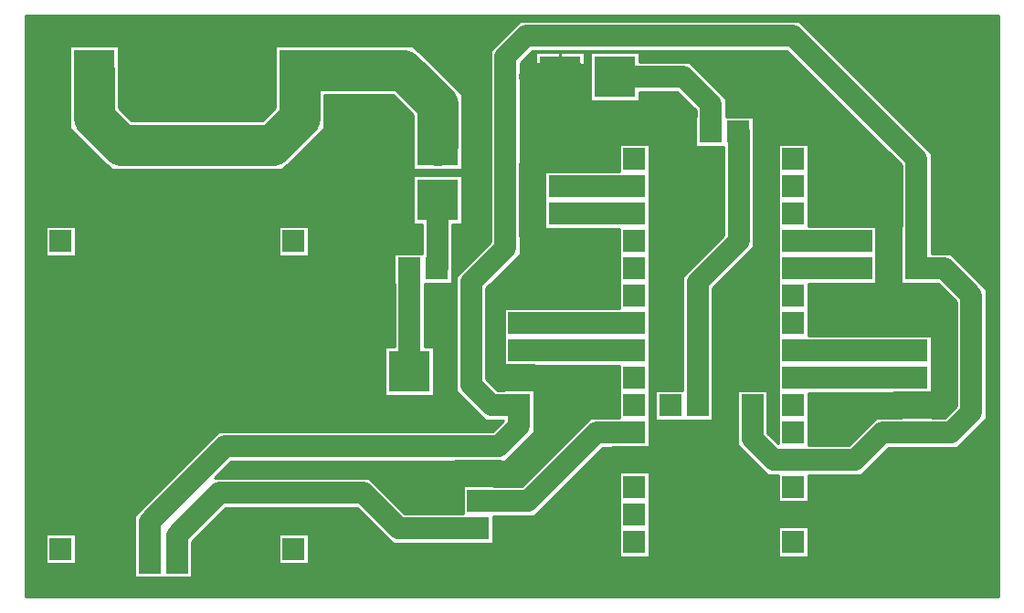
<source format=gbr>
G04 PROTEUS RS274X GERBER FILE*
%FSLAX45Y45*%
%MOMM*%
G01*
%ADD10C,2.032000*%
%ADD11C,2.540000*%
%ADD12C,3.810000*%
%ADD13C,5.080000*%
%ADD14C,0.254000*%
%ADD15R,2.032000X2.032000*%
%ADD16R,3.810000X3.810000*%
G36*
X+9077960Y+60960D02*
X+60960Y+60960D01*
X+60960Y+5458460D01*
X+9077960Y+5458460D01*
X+9077960Y+60960D01*
G37*
%LPC*%
G36*
X+4597678Y+5366742D02*
X+4366261Y+5135325D01*
X+4366261Y+3357325D01*
X+4048761Y+3039825D01*
X+4048761Y+1971595D01*
X+4321095Y+1699261D01*
X+4486197Y+1699261D01*
X+4384595Y+1597659D01*
X+4312365Y+1597659D01*
X+4309825Y+1600199D01*
X+1847135Y+1600199D01*
X+1066801Y+819865D01*
X+1066801Y+520699D01*
X+812801Y+520699D01*
X+812801Y+241301D01*
X+1600199Y+241301D01*
X+1600199Y+577135D01*
X+1909867Y+886803D01*
X+3130592Y+886803D01*
X+3458594Y+558801D01*
X+4112261Y+558801D01*
X+4112261Y+556261D01*
X+4391659Y+556261D01*
X+4391659Y+810261D01*
X+4773904Y+810261D01*
X+5408904Y+1445261D01*
X+5560061Y+1445261D01*
X+5560061Y+429261D01*
X+5839459Y+429261D01*
X+5839459Y+4264659D01*
X+5560061Y+4264659D01*
X+5560061Y+4010659D01*
X+4645659Y+4010659D01*
X+4645659Y+5019595D01*
X+4754325Y+5128261D01*
X+7115095Y+5128261D01*
X+8176261Y+4067095D01*
X+8176261Y+3502659D01*
X+7312659Y+3502659D01*
X+7312659Y+4264659D01*
X+7033261Y+4264659D01*
X+7033261Y+1485342D01*
X+6934199Y+1584404D01*
X+6934199Y+1981199D01*
X+6426199Y+1981199D01*
X+6426199Y+2924095D01*
X+6807199Y+3305095D01*
X+6807199Y+4436825D01*
X+6804659Y+4439365D01*
X+6804659Y+4518659D01*
X+6550659Y+4518659D01*
X+6550659Y+4690825D01*
X+6214825Y+5026659D01*
X+5750559Y+5026659D01*
X+5750559Y+5115559D01*
X+5293361Y+5115559D01*
X+5293361Y+4658361D01*
X+5750559Y+4658361D01*
X+5750559Y+4747261D01*
X+6099095Y+4747261D01*
X+6271261Y+4575095D01*
X+6271261Y+4518659D01*
X+6017261Y+4518659D01*
X+6017261Y+4239261D01*
X+6527801Y+4239261D01*
X+6527801Y+3420825D01*
X+6146801Y+3039825D01*
X+6146801Y+1981199D01*
X+5892801Y+1981199D01*
X+5892801Y+1701801D01*
X+6654801Y+1701801D01*
X+6654801Y+1468674D01*
X+6932214Y+1191261D01*
X+7033261Y+1191261D01*
X+7033261Y+429261D01*
X+7312659Y+429261D01*
X+7312659Y+1191261D01*
X+7802325Y+1191261D01*
X+8056325Y+1445261D01*
X+8691324Y+1445261D01*
X+8963659Y+1717596D01*
X+8963659Y+2917905D01*
X+8632905Y+3248659D01*
X+8455659Y+3248659D01*
X+8455659Y+4182825D01*
X+7230825Y+5407659D01*
X+4638595Y+5407659D01*
X+4597678Y+5366742D01*
G37*
G36*
X+4785361Y+4658361D02*
X+5242559Y+4658361D01*
X+5242559Y+5115559D01*
X+4785361Y+5115559D01*
X+4785361Y+4658361D01*
G37*
G36*
X+241301Y+368301D02*
X+520699Y+368301D01*
X+520699Y+647699D01*
X+241301Y+647699D01*
X+241301Y+368301D01*
G37*
G36*
X+241301Y+3225801D02*
X+520699Y+3225801D01*
X+520699Y+3505199D01*
X+241301Y+3505199D01*
X+241301Y+3225801D01*
G37*
G36*
X+2400301Y+3225801D02*
X+2679699Y+3225801D01*
X+2679699Y+3505199D01*
X+2400301Y+3505199D01*
X+2400301Y+3225801D01*
G37*
G36*
X+2400301Y+368301D02*
X+2679699Y+368301D01*
X+2679699Y+647699D01*
X+2400301Y+647699D01*
X+2400301Y+368301D01*
G37*
G36*
X+3644901Y+3517901D02*
X+3733801Y+3517901D01*
X+3733801Y+3248659D01*
X+3223261Y+3248659D01*
X+3223261Y+2969261D01*
X+3477261Y+2969261D01*
X+3477261Y+2385059D01*
X+3388361Y+2385059D01*
X+3388361Y+1927861D01*
X+3845559Y+1927861D01*
X+3845559Y+2385059D01*
X+3756659Y+2385059D01*
X+3756659Y+2969261D01*
X+4010659Y+2969261D01*
X+4010659Y+3048555D01*
X+4013199Y+3051095D01*
X+4013199Y+3517901D01*
X+4102099Y+3517901D01*
X+4102099Y+3975099D01*
X+3644901Y+3975099D01*
X+3644901Y+3517901D01*
G37*
G36*
X+3337559Y+2385059D02*
X+2880361Y+2385059D01*
X+2880361Y+1927861D01*
X+3337559Y+1927861D01*
X+3337559Y+2385059D01*
G37*
G36*
X+467361Y+4721861D02*
X+467361Y+4411273D01*
X+855273Y+4023361D01*
X+2441648Y+4023361D01*
X+2829559Y+4411272D01*
X+2829559Y+4721861D01*
X+3461313Y+4721861D01*
X+3644901Y+4538273D01*
X+3644901Y+4025901D01*
X+4102099Y+4025901D01*
X+4102099Y+4727647D01*
X+3650687Y+5179059D01*
X+2372361Y+5179059D01*
X+2372361Y+4600646D01*
X+2252274Y+4480559D01*
X+1044647Y+4480559D01*
X+924559Y+4600647D01*
X+924559Y+5179059D01*
X+467361Y+5179059D01*
X+467361Y+4721861D01*
G37*
G36*
X+1864361Y+4721861D02*
X+2321559Y+4721861D01*
X+2321559Y+5179059D01*
X+1864361Y+5179059D01*
X+1864361Y+4721861D01*
G37*
G36*
X+975361Y+4721861D02*
X+1432559Y+4721861D01*
X+1432559Y+5179059D01*
X+975361Y+5179059D01*
X+975361Y+4721861D01*
G37*
%LPD*%
G36*
X+4645659Y+3299460D02*
X+4645659Y+3241595D01*
X+4328159Y+2924095D01*
X+4328159Y+2087325D01*
X+4436825Y+1978659D01*
X+4493261Y+1978659D01*
X+4493261Y+2740659D01*
X+5560061Y+2740659D01*
X+5560061Y+3477261D01*
X+4645659Y+3477261D01*
X+4645659Y+3299460D01*
G37*
G36*
X+7312659Y+2715261D02*
X+7312659Y+2486659D01*
X+8455659Y+2486659D01*
X+8455659Y+1724659D01*
X+8575594Y+1724659D01*
X+8684261Y+1833326D01*
X+8684261Y+2802175D01*
X+8517175Y+2969261D01*
X+7312659Y+2969261D01*
X+7312659Y+2715261D01*
G37*
G36*
X+7312659Y+1699261D02*
X+7312659Y+1470659D01*
X+7686595Y+1470659D01*
X+7940595Y+1724659D01*
X+8176261Y+1724659D01*
X+8176261Y+1953261D01*
X+7312659Y+1953261D01*
X+7312659Y+1699261D01*
G37*
G36*
X+4772659Y+1953261D02*
X+4772659Y+1590595D01*
X+4500325Y+1318261D01*
X+4391659Y+1318261D01*
X+4391659Y+1089659D01*
X+4658174Y+1089659D01*
X+5293174Y+1724659D01*
X+5560061Y+1724659D01*
X+5560061Y+2207261D01*
X+4772659Y+2207261D01*
X+4772659Y+1953261D01*
G37*
G36*
X+1808265Y+1166201D02*
X+3246322Y+1166201D01*
X+3574324Y+838199D01*
X+4112261Y+838199D01*
X+4112261Y+1320801D01*
X+1962865Y+1320801D01*
X+1808265Y+1166201D01*
G37*
D10*
X+8315960Y+2346960D02*
X+7172960Y+2346960D01*
X+7172960Y+2092960D02*
X+8315960Y+2092960D01*
X+8315960Y+3108960D02*
X+8315960Y+3362960D01*
D11*
X+8061960Y+3362960D02*
X+8061960Y+3108960D01*
X+8061960Y+2918460D01*
X+8061960Y+3362960D02*
X+8061960Y+3553460D01*
D10*
X+7807960Y+3362960D02*
X+7172960Y+3362960D01*
X+7172960Y+3108960D02*
X+7807960Y+3108960D01*
D11*
X+6156960Y+4378960D02*
X+6156960Y+4505960D01*
X+6156960Y+4378960D02*
X+6156960Y+4188460D01*
X+6156960Y+4378960D02*
X+6029960Y+4505960D01*
X+6156960Y+4378960D02*
X+6031906Y+4253906D01*
D10*
X+4632960Y+1838960D02*
X+4632960Y+1648460D01*
X+4442460Y+1457960D01*
X+4251960Y+1457960D01*
X+4632960Y+2600960D02*
X+5699760Y+2600960D01*
X+5699760Y+2346960D02*
X+4632960Y+2346960D01*
X+4505960Y+3616960D02*
X+4505960Y+3870960D01*
D11*
X+4759960Y+3870960D02*
X+4759960Y+3616960D01*
X+4759960Y+3426460D01*
X+4759960Y+3870960D02*
X+4759960Y+4061460D01*
D10*
X+5699760Y+1584960D02*
X+5351039Y+1584960D01*
X+4716039Y+949960D01*
X+4251960Y+949960D01*
X+5699760Y+3870960D02*
X+5013960Y+3870960D01*
X+5013960Y+3616960D02*
X+5699760Y+3616960D01*
X+6410960Y+4378960D02*
X+6410960Y+4632960D01*
X+6156960Y+4886960D01*
X+5521960Y+4886960D01*
D12*
X+2600960Y+4950460D02*
X+2600960Y+4505959D01*
X+2346961Y+4251960D01*
X+949960Y+4251960D01*
X+695960Y+4505960D01*
X+695960Y+4950460D01*
D13*
X+2092960Y+4950460D02*
X+2092960Y+4721762D01*
X+2092960Y+4950460D02*
X+2092960Y+5156276D01*
X+1203960Y+4950460D02*
X+1203960Y+5140960D01*
X+1203960Y+4950460D02*
X+1203960Y+4721762D01*
D10*
X+3616960Y+2156460D02*
X+3616960Y+3108960D01*
D13*
X+3108960Y+2156460D02*
X+3108960Y+2410460D01*
X+3108960Y+2156460D02*
X+3108960Y+1902460D01*
D11*
X+4251960Y+1203960D02*
X+4061460Y+1203960D01*
X+4251960Y+1203960D02*
X+4442460Y+1203960D01*
X+5699760Y+1330960D02*
X+5521960Y+1330960D01*
X+5699760Y+1330960D02*
X+5839460Y+1330960D01*
X+7172960Y+822960D02*
X+6982460Y+822960D01*
X+7172960Y+822960D02*
X+7363460Y+822960D01*
X+8315960Y+1838960D02*
X+8125460Y+1838960D01*
X+8315960Y+1838960D02*
X+8506460Y+1838960D01*
X+5013960Y+4886960D02*
X+4759960Y+4886960D01*
X+5013960Y+4886960D02*
X+5179158Y+4886960D01*
X+4632960Y+2092960D02*
X+4759960Y+2092960D01*
D10*
X+4632960Y+1838960D02*
X+4378960Y+1838960D01*
X+4188460Y+2029460D01*
X+4188460Y+2981960D01*
X+4505960Y+3299460D01*
X+4505960Y+3616960D01*
D12*
X+3873500Y+4254500D02*
X+3873500Y+4632960D01*
X+3556000Y+4950460D01*
X+2600960Y+4950460D01*
D10*
X+3870960Y+3108960D02*
X+3873500Y+3108960D01*
X+3873500Y+3746500D01*
X+6286500Y+1841500D02*
X+6286500Y+2981960D01*
X+6667500Y+3362960D01*
X+6667500Y+4378960D01*
X+6664960Y+4378960D01*
X+7172960Y+1330960D02*
X+6990079Y+1330960D01*
X+6794500Y+1526539D01*
X+6794500Y+1841500D01*
D11*
X+6540500Y+1841500D02*
X+6540500Y+2032000D01*
X+6540500Y+1841500D02*
X+6540500Y+1651000D01*
X+4632960Y+2092960D02*
X+4510295Y+2092960D01*
X+4508500Y+2094755D01*
D10*
X+7172960Y+1330960D02*
X+7744460Y+1330960D01*
X+7998460Y+1584960D01*
X+8315960Y+1584960D01*
D11*
X+3362960Y+3108960D02*
X+3362960Y+3299460D01*
X+3365500Y+3302000D01*
X+3362960Y+3108960D02*
X+3362960Y+2921059D01*
X+3363019Y+2921000D01*
X+3362960Y+3108960D02*
X+3238500Y+3233420D01*
X+3238500Y+3238500D01*
X+3362960Y+3108960D02*
X+3258338Y+3004338D01*
X+3251978Y+3004338D01*
D12*
X+5013960Y+4886960D02*
X+4826000Y+4699000D01*
X+5013960Y+4886960D02*
X+5013960Y+4800695D01*
X+5115655Y+4699000D01*
D11*
X+5013960Y+4800695D02*
X+5013960Y+4632960D01*
X+952500Y+381000D02*
X+952500Y+573981D01*
X+952559Y+574040D01*
X+952500Y+381000D02*
X+828040Y+505460D01*
X+828040Y+510540D01*
X+952500Y+381000D02*
X+873681Y+302181D01*
X+828040Y+302181D01*
D10*
X+4251960Y+695960D02*
X+4251960Y+698500D01*
X+3516459Y+698500D01*
X+3188457Y+1026502D01*
X+1852002Y+1026502D01*
X+1460500Y+635000D01*
X+1460500Y+381000D01*
D11*
X+952500Y+381000D02*
X+952500Y+254000D01*
X+952559Y+307340D01*
D10*
X+4251960Y+1457960D02*
X+4251960Y+1460500D01*
X+1905000Y+1460500D01*
X+1206500Y+762000D01*
X+1206500Y+381000D01*
X+8315960Y+1584960D02*
X+8633459Y+1584960D01*
X+8823960Y+1775461D01*
X+8823960Y+2860040D01*
X+8575040Y+3108960D01*
X+8315960Y+3108960D01*
X+8315960Y+3362960D02*
X+8315960Y+4124960D01*
X+7172960Y+5267960D01*
X+4696460Y+5267960D01*
X+4505960Y+5077460D01*
X+4505960Y+3870960D01*
D14*
X+9077960Y+60960D02*
X+60960Y+60960D01*
X+60960Y+5458460D01*
X+9077960Y+5458460D01*
X+9077960Y+60960D01*
X+4597678Y+5366742D02*
X+4366261Y+5135325D01*
X+4366261Y+3357325D01*
X+4048761Y+3039825D01*
X+4048761Y+1971595D01*
X+4321095Y+1699261D01*
X+4486197Y+1699261D01*
X+4384595Y+1597659D01*
X+4312365Y+1597659D01*
X+4309825Y+1600199D01*
X+1847135Y+1600199D01*
X+1066801Y+819865D01*
X+1066801Y+520699D01*
X+812801Y+520699D01*
X+812801Y+241301D01*
X+1600199Y+241301D01*
X+1600199Y+577135D01*
X+1909867Y+886803D01*
X+3130592Y+886803D01*
X+3458594Y+558801D01*
X+4112261Y+558801D01*
X+4112261Y+556261D01*
X+4391659Y+556261D01*
X+4391659Y+810261D01*
X+4773904Y+810261D01*
X+5408904Y+1445261D01*
X+5560061Y+1445261D01*
X+5560061Y+429261D01*
X+5839459Y+429261D01*
X+5839459Y+4264659D01*
X+5560061Y+4264659D01*
X+5560061Y+4010659D01*
X+4645659Y+4010659D01*
X+4645659Y+5019595D01*
X+4754325Y+5128261D01*
X+7115095Y+5128261D01*
X+8176261Y+4067095D01*
X+8176261Y+3502659D01*
X+7312659Y+3502659D01*
X+7312659Y+4264659D01*
X+7033261Y+4264659D01*
X+7033261Y+1485342D01*
X+6934199Y+1584404D01*
X+6934199Y+1981199D01*
X+6426199Y+1981199D01*
X+6426199Y+2924095D01*
X+6807199Y+3305095D01*
X+6807199Y+4436825D01*
X+6804659Y+4439365D01*
X+6804659Y+4518659D01*
X+6550659Y+4518659D01*
X+6550659Y+4690825D01*
X+6214825Y+5026659D01*
X+5750559Y+5026659D01*
X+5750559Y+5115559D01*
X+5293361Y+5115559D01*
X+5293361Y+4658361D01*
X+5750559Y+4658361D01*
X+5750559Y+4747261D01*
X+6099095Y+4747261D01*
X+6271261Y+4575095D01*
X+6271261Y+4518659D01*
X+6017261Y+4518659D01*
X+6017261Y+4239261D01*
X+6527801Y+4239261D01*
X+6527801Y+3420825D01*
X+6146801Y+3039825D01*
X+6146801Y+1981199D01*
X+5892801Y+1981199D01*
X+5892801Y+1701801D01*
X+6654801Y+1701801D01*
X+6654801Y+1468674D01*
X+6932214Y+1191261D01*
X+7033261Y+1191261D01*
X+7033261Y+429261D01*
X+7312659Y+429261D01*
X+7312659Y+1191261D01*
X+7802325Y+1191261D01*
X+8056325Y+1445261D01*
X+8691324Y+1445261D01*
X+8963659Y+1717596D01*
X+8963659Y+2917905D01*
X+8632905Y+3248659D01*
X+8455659Y+3248659D01*
X+8455659Y+4182825D01*
X+7230825Y+5407659D01*
X+4638595Y+5407659D01*
X+4597678Y+5366742D01*
X+4785361Y+4658361D02*
X+5242559Y+4658361D01*
X+5242559Y+5115559D01*
X+4785361Y+5115559D01*
X+4785361Y+4658361D01*
X+241301Y+368301D02*
X+520699Y+368301D01*
X+520699Y+647699D01*
X+241301Y+647699D01*
X+241301Y+368301D01*
X+241301Y+3225801D02*
X+520699Y+3225801D01*
X+520699Y+3505199D01*
X+241301Y+3505199D01*
X+241301Y+3225801D01*
X+2400301Y+3225801D02*
X+2679699Y+3225801D01*
X+2679699Y+3505199D01*
X+2400301Y+3505199D01*
X+2400301Y+3225801D01*
X+2400301Y+368301D02*
X+2679699Y+368301D01*
X+2679699Y+647699D01*
X+2400301Y+647699D01*
X+2400301Y+368301D01*
X+3644901Y+3517901D02*
X+3733801Y+3517901D01*
X+3733801Y+3248659D01*
X+3223261Y+3248659D01*
X+3223261Y+2969261D01*
X+3477261Y+2969261D01*
X+3477261Y+2385059D01*
X+3388361Y+2385059D01*
X+3388361Y+1927861D01*
X+3845559Y+1927861D01*
X+3845559Y+2385059D01*
X+3756659Y+2385059D01*
X+3756659Y+2969261D01*
X+4010659Y+2969261D01*
X+4010659Y+3048555D01*
X+4013199Y+3051095D01*
X+4013199Y+3517901D01*
X+4102099Y+3517901D01*
X+4102099Y+3975099D01*
X+3644901Y+3975099D01*
X+3644901Y+3517901D01*
X+3337559Y+2385059D02*
X+2880361Y+2385059D01*
X+2880361Y+1927861D01*
X+3337559Y+1927861D01*
X+3337559Y+2385059D01*
X+467361Y+4721861D02*
X+467361Y+4411273D01*
X+855273Y+4023361D01*
X+2441648Y+4023361D01*
X+2829559Y+4411272D01*
X+2829559Y+4721861D01*
X+3461313Y+4721861D01*
X+3644901Y+4538273D01*
X+3644901Y+4025901D01*
X+4102099Y+4025901D01*
X+4102099Y+4727647D01*
X+3650687Y+5179059D01*
X+2372361Y+5179059D01*
X+2372361Y+4600646D01*
X+2252274Y+4480559D01*
X+1044647Y+4480559D01*
X+924559Y+4600647D01*
X+924559Y+5179059D01*
X+467361Y+5179059D01*
X+467361Y+4721861D01*
X+1864361Y+4721861D02*
X+2321559Y+4721861D01*
X+2321559Y+5179059D01*
X+1864361Y+5179059D01*
X+1864361Y+4721861D01*
X+975361Y+4721861D02*
X+1432559Y+4721861D01*
X+1432559Y+5179059D01*
X+975361Y+5179059D01*
X+975361Y+4721861D01*
X+4645659Y+3299460D02*
X+4645659Y+3241595D01*
X+4328159Y+2924095D01*
X+4328159Y+2087325D01*
X+4436825Y+1978659D01*
X+4493261Y+1978659D01*
X+4493261Y+2740659D01*
X+5560061Y+2740659D01*
X+5560061Y+3477261D01*
X+4645659Y+3477261D01*
X+4645659Y+3299460D01*
X+7312659Y+2715261D02*
X+7312659Y+2486659D01*
X+8455659Y+2486659D01*
X+8455659Y+1724659D01*
X+8575594Y+1724659D01*
X+8684261Y+1833326D01*
X+8684261Y+2802175D01*
X+8517175Y+2969261D01*
X+7312659Y+2969261D01*
X+7312659Y+2715261D01*
X+7312659Y+1699261D02*
X+7312659Y+1470659D01*
X+7686595Y+1470659D01*
X+7940595Y+1724659D01*
X+8176261Y+1724659D01*
X+8176261Y+1953261D01*
X+7312659Y+1953261D01*
X+7312659Y+1699261D01*
X+4772659Y+1953261D02*
X+4772659Y+1590595D01*
X+4500325Y+1318261D01*
X+4391659Y+1318261D01*
X+4391659Y+1089659D01*
X+4658174Y+1089659D01*
X+5293174Y+1724659D01*
X+5560061Y+1724659D01*
X+5560061Y+2207261D01*
X+4772659Y+2207261D01*
X+4772659Y+1953261D01*
X+1808265Y+1166201D02*
X+3246322Y+1166201D01*
X+3574324Y+838199D01*
X+4112261Y+838199D01*
X+4112261Y+1320801D01*
X+1962865Y+1320801D01*
X+1808265Y+1166201D01*
X+5839459Y+1330960D02*
X+5699760Y+1330960D01*
X+5560061Y+1330960D02*
X+5699760Y+1330960D01*
X+7312659Y+822960D02*
X+7172960Y+822960D01*
X+7033261Y+822960D02*
X+7172960Y+822960D01*
X+4391659Y+1203960D02*
X+4251960Y+1203960D01*
X+4112261Y+1203960D02*
X+4251960Y+1203960D01*
X+8061960Y+2969261D02*
X+8061960Y+3108960D01*
X+8061960Y+3502659D02*
X+8061960Y+3362960D01*
X+4759960Y+4010659D02*
X+4759960Y+3870960D01*
X+4759960Y+3477261D02*
X+4759960Y+3616960D01*
X+6540500Y+1701801D02*
X+6540500Y+1841500D01*
X+6540500Y+1981199D02*
X+6540500Y+1841500D01*
X+4785361Y+4886960D02*
X+5013960Y+4886960D01*
X+5242559Y+4886960D02*
X+5013960Y+4886960D01*
X+5013960Y+5115559D02*
X+5013960Y+4886960D01*
X+5013960Y+4658361D02*
X+5013960Y+4886960D01*
X+6017261Y+4378960D02*
X+6156960Y+4378960D01*
X+6156960Y+4518659D02*
X+6156960Y+4378960D01*
X+6156960Y+4239261D02*
X+6156960Y+4378960D01*
X+4493261Y+2092960D02*
X+4632960Y+2092960D01*
X+4772659Y+2092960D02*
X+4632960Y+2092960D01*
X+8176261Y+1838960D02*
X+8315960Y+1838960D01*
X+8455659Y+1838960D02*
X+8315960Y+1838960D01*
X+812801Y+381000D02*
X+952500Y+381000D01*
X+952500Y+520699D02*
X+952500Y+381000D01*
X+952500Y+241301D02*
X+952500Y+381000D01*
X+3337559Y+2156460D02*
X+3108960Y+2156460D01*
X+2880361Y+2156460D02*
X+3108960Y+2156460D01*
X+3108960Y+1927861D02*
X+3108960Y+2156460D01*
X+3108960Y+2385059D02*
X+3108960Y+2156460D01*
X+3223261Y+3108960D02*
X+3362960Y+3108960D01*
X+3362960Y+3248659D02*
X+3362960Y+3108960D01*
X+3362960Y+2969261D02*
X+3362960Y+3108960D01*
X+1864361Y+4950460D02*
X+2092960Y+4950460D01*
X+2321559Y+4950460D02*
X+2092960Y+4950460D01*
X+2092960Y+5179059D02*
X+2092960Y+4950460D01*
X+2092960Y+4721861D02*
X+2092960Y+4950460D01*
X+975361Y+4950460D02*
X+1203960Y+4950460D01*
X+1432559Y+4950460D02*
X+1203960Y+4950460D01*
X+1203960Y+5179059D02*
X+1203960Y+4950460D01*
X+1203960Y+4721861D02*
X+1203960Y+4950460D01*
D15*
X+7172960Y+3870960D03*
X+7172960Y+1330960D03*
X+7172960Y+3362960D03*
X+7172960Y+3108960D03*
X+7172960Y+2854960D03*
X+7172960Y+2600960D03*
X+7172960Y+2346960D03*
X+7172960Y+2092960D03*
X+7172960Y+1838960D03*
X+7172960Y+1584960D03*
X+5699760Y+1584960D03*
X+5699760Y+1838960D03*
X+5699760Y+2092960D03*
X+5699760Y+2346960D03*
X+5699760Y+2600960D03*
X+5699760Y+2854960D03*
X+5699760Y+3108960D03*
X+5699760Y+3362960D03*
X+5699760Y+3616960D03*
X+5699760Y+3870960D03*
X+5699760Y+4124960D03*
X+7172960Y+4124960D03*
X+5699760Y+1330960D03*
X+7172960Y+822960D03*
X+7172960Y+3616960D03*
X+5699760Y+1076960D03*
X+7172960Y+1076960D03*
X+5699760Y+822960D03*
X+5699760Y+568960D03*
X+7172960Y+568960D03*
X+4251960Y+1203960D03*
X+4251960Y+949960D03*
X+4251960Y+695960D03*
X+4251960Y+1457960D03*
X+7807960Y+3108960D03*
X+8061960Y+3108960D03*
X+8315960Y+3108960D03*
X+7807960Y+3362960D03*
X+8061960Y+3362960D03*
X+8315960Y+3362960D03*
X+5013960Y+3870960D03*
X+4759960Y+3870960D03*
X+4505960Y+3870960D03*
X+5013960Y+3616960D03*
X+4759960Y+3616960D03*
X+4505960Y+3616960D03*
X+6032500Y+1841500D03*
X+6540500Y+1841500D03*
X+6286500Y+1841500D03*
X+6794500Y+1841500D03*
D16*
X+5013960Y+4886960D03*
X+5521960Y+4886960D03*
D15*
X+6156960Y+4378960D03*
X+6410960Y+4378960D03*
X+6664960Y+4378960D03*
X+4632960Y+1838960D03*
X+4632960Y+2092960D03*
X+4632960Y+2346960D03*
X+4632960Y+2600960D03*
X+8315960Y+1584960D03*
X+8315960Y+1838960D03*
X+8315960Y+2092960D03*
X+8315960Y+2346960D03*
X+381000Y+508000D03*
X+381000Y+3365500D03*
X+2540000Y+3365500D03*
X+2540000Y+508000D03*
X+952500Y+381000D03*
X+1460500Y+381000D03*
X+1206500Y+381000D03*
D16*
X+3616960Y+2156460D03*
X+3108960Y+2156460D03*
D15*
X+3362960Y+3108960D03*
X+3616960Y+3108960D03*
X+3870960Y+3108960D03*
D16*
X+3873500Y+3746500D03*
X+3873500Y+4254500D03*
X+2092960Y+4950460D03*
X+2600960Y+4950460D03*
X+695960Y+4950460D03*
X+1203960Y+4950460D03*
M02*

</source>
